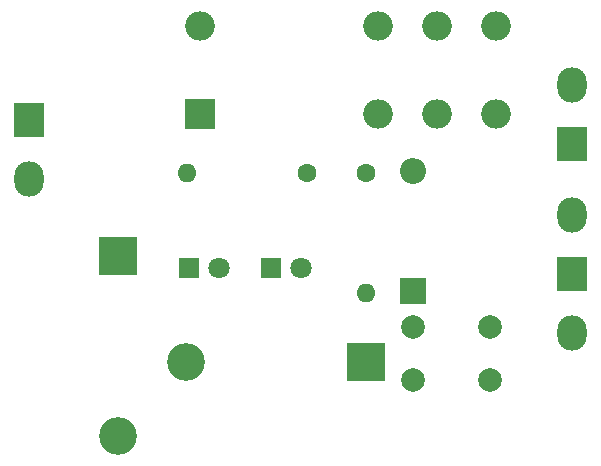
<source format=gbr>
G04 #@! TF.GenerationSoftware,KiCad,Pcbnew,(5.1.4)-1*
G04 #@! TF.CreationDate,2021-06-13T22:04:23-03:00*
G04 #@! TF.ProjectId,FUENTE,4655454e-5445-42e6-9b69-6361645f7063,rev?*
G04 #@! TF.SameCoordinates,Original*
G04 #@! TF.FileFunction,Soldermask,Bot*
G04 #@! TF.FilePolarity,Negative*
%FSLAX46Y46*%
G04 Gerber Fmt 4.6, Leading zero omitted, Abs format (unit mm)*
G04 Created by KiCad (PCBNEW (5.1.4)-1) date 2021-06-13 22:04:23*
%MOMM*%
%LPD*%
G04 APERTURE LIST*
%ADD10O,2.500000X3.000000*%
%ADD11R,2.500000X3.000000*%
%ADD12O,3.200000X3.200000*%
%ADD13R,3.200000X3.200000*%
%ADD14C,1.800000*%
%ADD15R,1.800000X1.800000*%
%ADD16C,2.000000*%
%ADD17O,2.500000X2.500000*%
%ADD18R,2.500000X2.500000*%
%ADD19O,1.600000X1.600000*%
%ADD20C,1.600000*%
%ADD21O,2.200000X2.200000*%
%ADD22R,2.200000X2.200000*%
G04 APERTURE END LIST*
D10*
X220500000Y-109500000D03*
D11*
X220500000Y-114500000D03*
D10*
X220500000Y-119500000D03*
D12*
X187760000Y-122000000D03*
D13*
X203000000Y-122000000D03*
D10*
X220500000Y-98500000D03*
D11*
X220500000Y-103500000D03*
D10*
X174500000Y-106500000D03*
D11*
X174500000Y-101500000D03*
D14*
X197540000Y-114000000D03*
D15*
X195000000Y-114000000D03*
D16*
X213500000Y-119000000D03*
X213500000Y-123500000D03*
X207000000Y-119000000D03*
X207000000Y-123500000D03*
D14*
X190540000Y-114000000D03*
D15*
X188000000Y-114000000D03*
D17*
X189000000Y-93500000D03*
X204000000Y-93500000D03*
X209000000Y-93500000D03*
X214000000Y-93500000D03*
X214000000Y-101000000D03*
X209000000Y-101000000D03*
X204000000Y-101000000D03*
D18*
X189000000Y-101000000D03*
D19*
X203000000Y-116160000D03*
D20*
X203000000Y-106000000D03*
D19*
X187840000Y-106000000D03*
D20*
X198000000Y-106000000D03*
D21*
X207000000Y-105840000D03*
D22*
X207000000Y-116000000D03*
D12*
X182000000Y-128240000D03*
D13*
X182000000Y-113000000D03*
M02*

</source>
